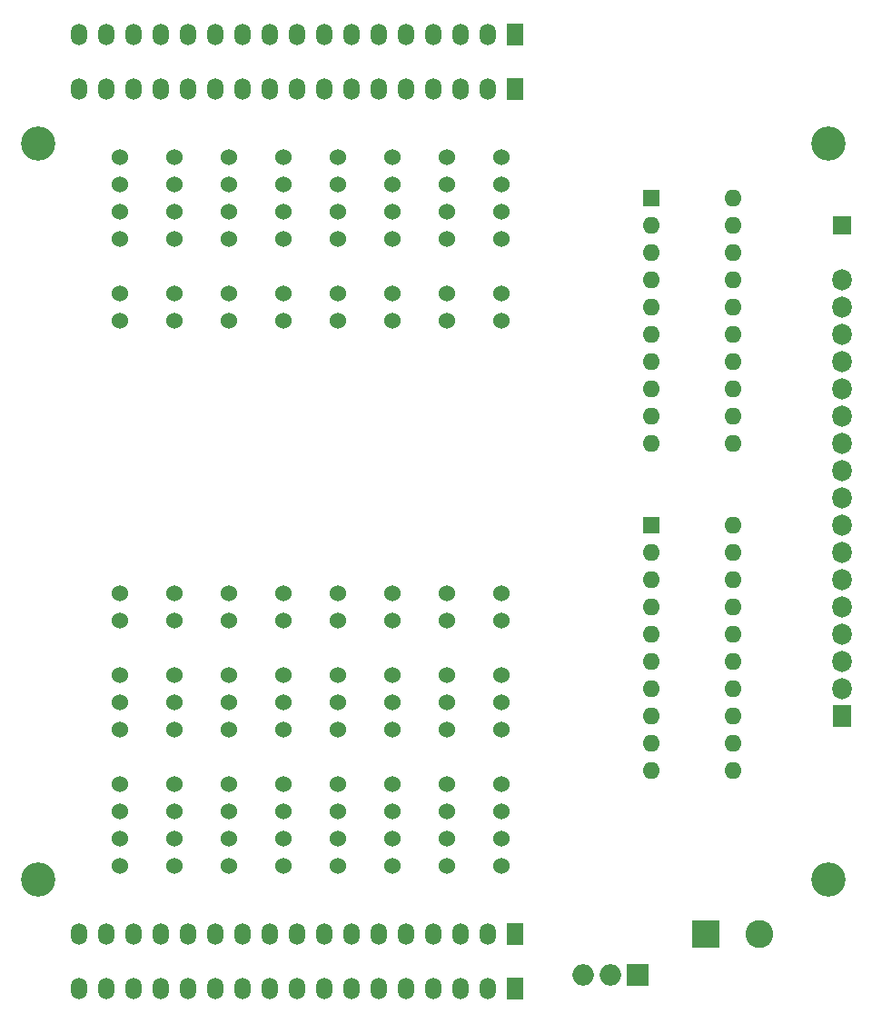
<source format=gbr>
%TF.GenerationSoftware,KiCad,Pcbnew,(5.1.8)-1*%
%TF.CreationDate,2023-06-16T08:46:22+03:00*%
%TF.ProjectId,MUX16bit,4d555831-3662-4697-942e-6b696361645f,rev?*%
%TF.SameCoordinates,Original*%
%TF.FileFunction,Soldermask,Top*%
%TF.FilePolarity,Negative*%
%FSLAX46Y46*%
G04 Gerber Fmt 4.6, Leading zero omitted, Abs format (unit mm)*
G04 Created by KiCad (PCBNEW (5.1.8)-1) date 2023-06-16 08:46:22*
%MOMM*%
%LPD*%
G01*
G04 APERTURE LIST*
%ADD10O,1.800000X2.000000*%
%ADD11R,1.800000X2.000000*%
%ADD12O,1.500000X2.000000*%
%ADD13R,1.500000X2.000000*%
%ADD14C,3.200000*%
%ADD15C,2.600000*%
%ADD16R,2.600000X2.600000*%
%ADD17O,2.000000X2.000000*%
%ADD18R,2.000000X2.000000*%
%ADD19R,1.700000X1.700000*%
%ADD20C,1.524000*%
%ADD21O,1.600000X1.600000*%
%ADD22R,1.600000X1.600000*%
G04 APERTURE END LIST*
D10*
%TO.C,J5*%
X160020000Y-48260000D03*
X160020000Y-50800000D03*
X160020000Y-53340000D03*
X160020000Y-55880000D03*
X160020000Y-58420000D03*
X160020000Y-60960000D03*
X160020000Y-63500000D03*
X160020000Y-66040000D03*
X160020000Y-68580000D03*
X160020000Y-71120000D03*
X160020000Y-73660000D03*
X160020000Y-76200000D03*
X160020000Y-78740000D03*
X160020000Y-81280000D03*
X160020000Y-83820000D03*
X160020000Y-86360000D03*
D11*
X160020000Y-88900000D03*
%TD*%
D12*
%TO.C,J4*%
X88900000Y-114300000D03*
X91440000Y-114300000D03*
X93980000Y-114300000D03*
X96520000Y-114300000D03*
X99060000Y-114300000D03*
X101600000Y-114300000D03*
X104140000Y-114300000D03*
X106680000Y-114300000D03*
X109220000Y-114300000D03*
X111760000Y-114300000D03*
X114300000Y-114300000D03*
X116840000Y-114300000D03*
X119380000Y-114300000D03*
X121920000Y-114300000D03*
X124460000Y-114300000D03*
X127000000Y-114300000D03*
D13*
X129540000Y-114300000D03*
%TD*%
D12*
%TO.C,J3*%
X88900000Y-109220000D03*
X91440000Y-109220000D03*
X93980000Y-109220000D03*
X96520000Y-109220000D03*
X99060000Y-109220000D03*
X101600000Y-109220000D03*
X104140000Y-109220000D03*
X106680000Y-109220000D03*
X109220000Y-109220000D03*
X111760000Y-109220000D03*
X114300000Y-109220000D03*
X116840000Y-109220000D03*
X119380000Y-109220000D03*
X121920000Y-109220000D03*
X124460000Y-109220000D03*
X127000000Y-109220000D03*
D13*
X129540000Y-109220000D03*
%TD*%
D12*
%TO.C,J2*%
X88900000Y-30480000D03*
X91440000Y-30480000D03*
X93980000Y-30480000D03*
X96520000Y-30480000D03*
X99060000Y-30480000D03*
X101600000Y-30480000D03*
X104140000Y-30480000D03*
X106680000Y-30480000D03*
X109220000Y-30480000D03*
X111760000Y-30480000D03*
X114300000Y-30480000D03*
X116840000Y-30480000D03*
X119380000Y-30480000D03*
X121920000Y-30480000D03*
X124460000Y-30480000D03*
X127000000Y-30480000D03*
D13*
X129540000Y-30480000D03*
%TD*%
D12*
%TO.C,J1*%
X88900000Y-25400000D03*
X91440000Y-25400000D03*
X93980000Y-25400000D03*
X96520000Y-25400000D03*
X99060000Y-25400000D03*
X101600000Y-25400000D03*
X104140000Y-25400000D03*
X106680000Y-25400000D03*
X109220000Y-25400000D03*
X111760000Y-25400000D03*
X114300000Y-25400000D03*
X116840000Y-25400000D03*
X119380000Y-25400000D03*
X121920000Y-25400000D03*
X124460000Y-25400000D03*
X127000000Y-25400000D03*
D13*
X129540000Y-25400000D03*
%TD*%
D14*
%TO.C,H4*%
X158750000Y-104140000D03*
%TD*%
%TO.C,H3*%
X158750000Y-35560000D03*
%TD*%
%TO.C,H2*%
X85090000Y-104140000D03*
%TD*%
%TO.C,H1*%
X85090000Y-35560000D03*
%TD*%
D15*
%TO.C,J8*%
X152320000Y-109220000D03*
D16*
X147320000Y-109220000D03*
%TD*%
D17*
%TO.C,J7*%
X135890000Y-113030000D03*
X138430000Y-113030000D03*
D18*
X140970000Y-113030000D03*
%TD*%
D19*
%TO.C,J6*%
X160020000Y-43180000D03*
%TD*%
D20*
%TO.C,U8*%
X128270000Y-102870000D03*
X128270000Y-100330000D03*
X128270000Y-97790000D03*
X128270000Y-95250000D03*
X128270000Y-90170000D03*
X128270000Y-87630000D03*
X128270000Y-85090000D03*
X128270000Y-80010000D03*
X128270000Y-77470000D03*
X128270000Y-52070000D03*
X128270000Y-49530000D03*
X128270000Y-44450000D03*
X128270000Y-41910000D03*
X128270000Y-39370000D03*
X128270000Y-36830000D03*
%TD*%
%TO.C,U7*%
X123190000Y-102870000D03*
X123190000Y-100330000D03*
X123190000Y-97790000D03*
X123190000Y-95250000D03*
X123190000Y-90170000D03*
X123190000Y-87630000D03*
X123190000Y-85090000D03*
X123190000Y-80010000D03*
X123190000Y-77470000D03*
X123190000Y-52070000D03*
X123190000Y-49530000D03*
X123190000Y-44450000D03*
X123190000Y-41910000D03*
X123190000Y-39370000D03*
X123190000Y-36830000D03*
%TD*%
%TO.C,U6*%
X118110000Y-102870000D03*
X118110000Y-100330000D03*
X118110000Y-97790000D03*
X118110000Y-95250000D03*
X118110000Y-90170000D03*
X118110000Y-87630000D03*
X118110000Y-85090000D03*
X118110000Y-80010000D03*
X118110000Y-77470000D03*
X118110000Y-52070000D03*
X118110000Y-49530000D03*
X118110000Y-44450000D03*
X118110000Y-41910000D03*
X118110000Y-39370000D03*
X118110000Y-36830000D03*
%TD*%
%TO.C,U5*%
X113030000Y-102870000D03*
X113030000Y-100330000D03*
X113030000Y-97790000D03*
X113030000Y-95250000D03*
X113030000Y-90170000D03*
X113030000Y-87630000D03*
X113030000Y-85090000D03*
X113030000Y-80010000D03*
X113030000Y-77470000D03*
X113030000Y-52070000D03*
X113030000Y-49530000D03*
X113030000Y-44450000D03*
X113030000Y-41910000D03*
X113030000Y-39370000D03*
X113030000Y-36830000D03*
%TD*%
%TO.C,U4*%
X107950000Y-102870000D03*
X107950000Y-100330000D03*
X107950000Y-97790000D03*
X107950000Y-95250000D03*
X107950000Y-90170000D03*
X107950000Y-87630000D03*
X107950000Y-85090000D03*
X107950000Y-80010000D03*
X107950000Y-77470000D03*
X107950000Y-52070000D03*
X107950000Y-49530000D03*
X107950000Y-44450000D03*
X107950000Y-41910000D03*
X107950000Y-39370000D03*
X107950000Y-36830000D03*
%TD*%
%TO.C,U3*%
X102870000Y-102870000D03*
X102870000Y-100330000D03*
X102870000Y-97790000D03*
X102870000Y-95250000D03*
X102870000Y-90170000D03*
X102870000Y-87630000D03*
X102870000Y-85090000D03*
X102870000Y-80010000D03*
X102870000Y-77470000D03*
X102870000Y-52070000D03*
X102870000Y-49530000D03*
X102870000Y-44450000D03*
X102870000Y-41910000D03*
X102870000Y-39370000D03*
X102870000Y-36830000D03*
%TD*%
%TO.C,U2*%
X97790000Y-102870000D03*
X97790000Y-100330000D03*
X97790000Y-97790000D03*
X97790000Y-95250000D03*
X97790000Y-90170000D03*
X97790000Y-87630000D03*
X97790000Y-85090000D03*
X97790000Y-80010000D03*
X97790000Y-77470000D03*
X97790000Y-52070000D03*
X97790000Y-49530000D03*
X97790000Y-44450000D03*
X97790000Y-41910000D03*
X97790000Y-39370000D03*
X97790000Y-36830000D03*
%TD*%
%TO.C,U1*%
X92710000Y-102870000D03*
X92710000Y-100330000D03*
X92710000Y-97790000D03*
X92710000Y-95250000D03*
X92710000Y-90170000D03*
X92710000Y-87630000D03*
X92710000Y-85090000D03*
X92710000Y-80010000D03*
X92710000Y-77470000D03*
X92710000Y-52070000D03*
X92710000Y-49530000D03*
X92710000Y-44450000D03*
X92710000Y-41910000D03*
X92710000Y-39370000D03*
X92710000Y-36830000D03*
%TD*%
D21*
%TO.C,U10*%
X149860000Y-71120000D03*
X142240000Y-93980000D03*
X149860000Y-73660000D03*
X142240000Y-91440000D03*
X149860000Y-76200000D03*
X142240000Y-88900000D03*
X149860000Y-78740000D03*
X142240000Y-86360000D03*
X149860000Y-81280000D03*
X142240000Y-83820000D03*
X149860000Y-83820000D03*
X142240000Y-81280000D03*
X149860000Y-86360000D03*
X142240000Y-78740000D03*
X149860000Y-88900000D03*
X142240000Y-76200000D03*
X149860000Y-91440000D03*
X142240000Y-73660000D03*
X149860000Y-93980000D03*
D22*
X142240000Y-71120000D03*
%TD*%
D21*
%TO.C,U9*%
X149860000Y-40640000D03*
X142240000Y-63500000D03*
X149860000Y-43180000D03*
X142240000Y-60960000D03*
X149860000Y-45720000D03*
X142240000Y-58420000D03*
X149860000Y-48260000D03*
X142240000Y-55880000D03*
X149860000Y-50800000D03*
X142240000Y-53340000D03*
X149860000Y-53340000D03*
X142240000Y-50800000D03*
X149860000Y-55880000D03*
X142240000Y-48260000D03*
X149860000Y-58420000D03*
X142240000Y-45720000D03*
X149860000Y-60960000D03*
X142240000Y-43180000D03*
X149860000Y-63500000D03*
D22*
X142240000Y-40640000D03*
%TD*%
M02*

</source>
